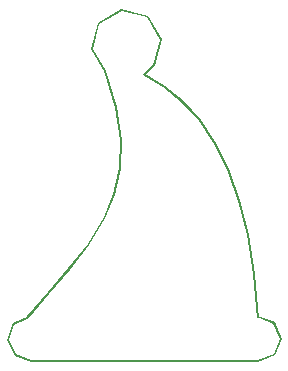
<source format=gbr>
G04 (created by PCBNEW (22-Jun-2014 BZR 4027)-stable) date Wed 26 Oct 2016 20:07:22 BST*
%MOIN*%
G04 Gerber Fmt 3.4, Leading zero omitted, Abs format*
%FSLAX34Y34*%
G01*
G70*
G90*
G04 APERTURE LIST*
%ADD10C,0.00590551*%
%ADD11C,0.0001*%
G04 APERTURE END LIST*
G54D10*
G54D11*
G36*
X77236Y-47003D02*
X77177Y-47026D01*
X77548Y-48237D01*
X77702Y-49310D01*
X77669Y-50265D01*
X77478Y-51120D01*
X77157Y-51894D01*
X76618Y-52777D01*
X75977Y-53598D01*
X75291Y-54393D01*
X74616Y-55198D01*
X74663Y-55235D01*
X75336Y-54433D01*
X76024Y-53637D01*
X76668Y-52812D01*
X77212Y-51922D01*
X77536Y-51138D01*
X77730Y-50272D01*
X77764Y-49306D01*
X77609Y-48222D01*
X77236Y-47003D01*
X77236Y-47003D01*
G37*
G36*
X78494Y-47088D02*
X78465Y-47144D01*
X79148Y-47554D01*
X79775Y-48070D01*
X80342Y-48698D01*
X80844Y-49447D01*
X81280Y-50323D01*
X81643Y-51333D01*
X81932Y-52484D01*
X82142Y-53783D01*
X82270Y-55237D01*
X82334Y-55233D01*
X82205Y-53775D01*
X81994Y-52470D01*
X81703Y-51313D01*
X81336Y-50297D01*
X80898Y-49414D01*
X80390Y-48658D01*
X79818Y-48023D01*
X79185Y-47502D01*
X78494Y-47088D01*
X78494Y-47088D01*
X78494Y-47088D01*
G37*
G36*
X78865Y-46844D02*
X79094Y-45959D01*
X78631Y-45171D01*
X77746Y-44942D01*
X76958Y-45406D01*
X76729Y-46291D01*
X77192Y-47079D01*
X77229Y-47030D01*
X76790Y-46283D01*
X77007Y-45443D01*
X77755Y-45003D01*
X78594Y-45220D01*
X79034Y-45967D01*
X78816Y-46807D01*
X78465Y-47113D01*
X78494Y-47166D01*
X78865Y-46844D01*
X78865Y-46844D01*
G37*
G36*
X82313Y-56720D02*
X82315Y-56720D01*
X82862Y-56489D01*
X83087Y-55940D01*
X82856Y-55393D01*
X82307Y-55169D01*
X82307Y-55230D01*
X82814Y-55437D01*
X83025Y-55940D01*
X82819Y-56446D01*
X82315Y-56658D01*
X82313Y-56658D01*
X82314Y-56720D01*
X82313Y-56720D01*
X82313Y-56720D01*
G37*
G36*
X74746Y-56704D02*
X74744Y-56704D01*
X74186Y-56507D01*
X73931Y-55978D01*
X74131Y-55427D01*
X74667Y-55176D01*
X74670Y-55236D01*
X74176Y-55467D01*
X73993Y-55975D01*
X74227Y-56463D01*
X74741Y-56644D01*
X74743Y-56644D01*
X74746Y-56704D01*
X74746Y-56704D01*
X74746Y-56704D01*
G37*
G36*
X74692Y-56643D02*
X74692Y-56705D01*
X82321Y-56717D01*
X82321Y-56655D01*
X74692Y-56643D01*
X74692Y-56643D01*
X74692Y-56643D01*
G37*
M02*

</source>
